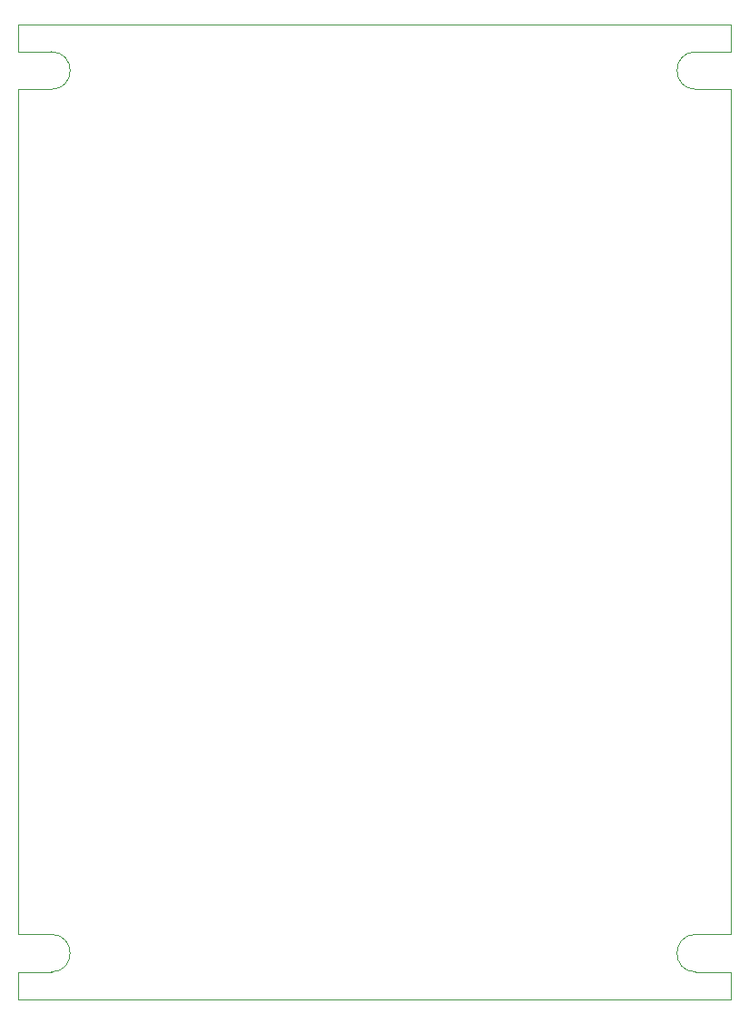
<source format=gbr>
G04 #@! TF.GenerationSoftware,KiCad,Pcbnew,(5.1.8)-1*
G04 #@! TF.CreationDate,2021-03-28T22:01:21+02:00*
G04 #@! TF.ProjectId,DMX2SGM,444d5832-5347-44d2-9e6b-696361645f70,0.2*
G04 #@! TF.SameCoordinates,Original*
G04 #@! TF.FileFunction,Profile,NP*
%FSLAX46Y46*%
G04 Gerber Fmt 4.6, Leading zero omitted, Abs format (unit mm)*
G04 Created by KiCad (PCBNEW (5.1.8)-1) date 2021-03-28 22:01:21*
%MOMM*%
%LPD*%
G01*
G04 APERTURE LIST*
G04 #@! TA.AperFunction,Profile*
%ADD10C,0.050000*%
G04 #@! TD*
G04 APERTURE END LIST*
D10*
X126470000Y-49640000D02*
X126470000Y-52190000D01*
X60020000Y-52190000D02*
X60020000Y-49640000D01*
X126470000Y-49640000D02*
X60020000Y-49640000D01*
X60020000Y-140490000D02*
X126470000Y-140490000D01*
X60020000Y-55690000D02*
X60020000Y-134440000D01*
X60020000Y-140490000D02*
X60020000Y-137940000D01*
X126470000Y-137940000D02*
X126470000Y-140490000D01*
X126470000Y-134440000D02*
X126470000Y-55690000D01*
X63120000Y-55690000D02*
X60020000Y-55690000D01*
X63120000Y-52190000D02*
X60020000Y-52190000D01*
X63120000Y-134440000D02*
X60020000Y-134440000D01*
X63120000Y-137940000D02*
X60020000Y-137940000D01*
X123220000Y-137940000D02*
X126470000Y-137940000D01*
X123220000Y-134440000D02*
X126470000Y-134440000D01*
X123220000Y-55690000D02*
X126470000Y-55690000D01*
X123220000Y-52190000D02*
X126470000Y-52190000D01*
X123220000Y-55690000D02*
G75*
G02*
X123220000Y-52190000I0J1750000D01*
G01*
X123220000Y-137940000D02*
G75*
G02*
X123220000Y-134440000I0J1750000D01*
G01*
X63120000Y-134440000D02*
G75*
G02*
X63120000Y-137940000I0J-1750000D01*
G01*
X63120000Y-52190000D02*
G75*
G02*
X63120000Y-55690000I0J-1750000D01*
G01*
M02*

</source>
